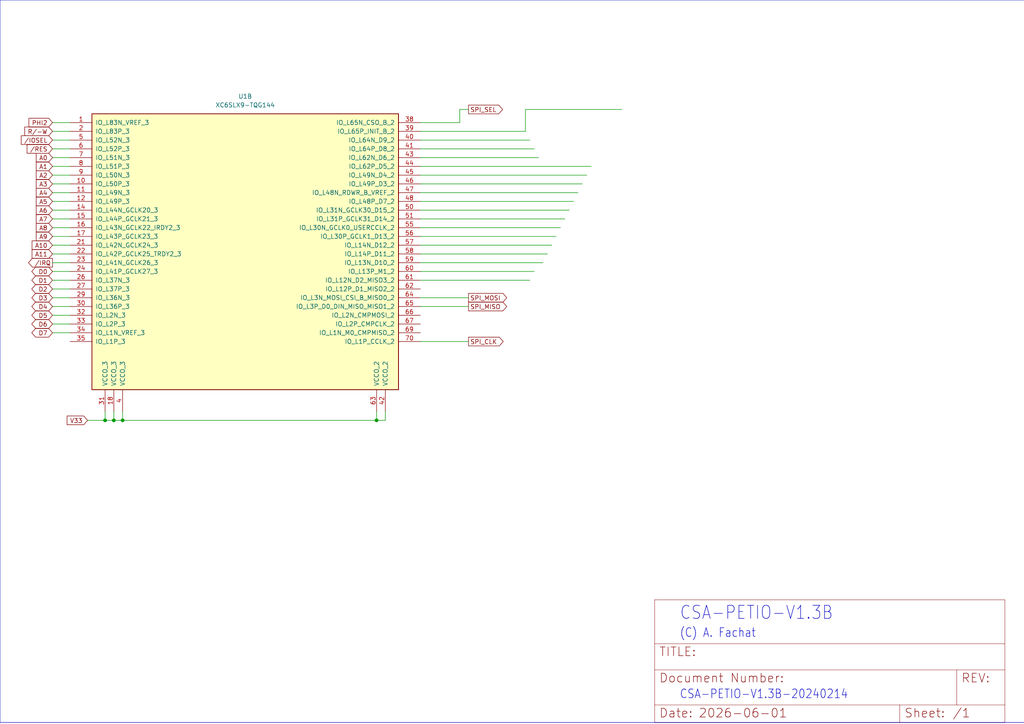
<source format=kicad_sch>
(kicad_sch (version 20250114) (generator "eeschema") (generator_version "9.0")
  (paper "A4")
  (lib_symbols
    (symbol "FPGA_Xilinx_Spartan6:XC6SLX9-TQG144" (pin_names (offset 1.016))
      (property "Reference" "U" (at 0 1.27 0))
      (property "Value" "XC6SLX9-TQG144" (at 0 -1.27 0))
      (symbol "XC6SLX9-TQG144_1_1"
        (rectangle (start -44.45 36.83) (end 44.45 -43.18) (stroke (width 0.254)) (fill (type background)))
        (pin bidirectional line (at -50.8 22.86 0) (length 6.35) (name "IO_L1P_HSWAPEN_0") (number "144"))
        (pin bidirectional line (at -50.8 20.32 0) (length 6.35) (name "IO_L1N_VREF_0") (number "143"))
        (pin bidirectional line (at -50.8 17.78 0) (length 6.35) (name "IO_L2P_0") (number "142"))
        (pin bidirectional line (at -50.8 15.24 0) (length 6.35) (name "IO_L2N_0") (number "141"))
        (pin bidirectional line (at -50.8 12.7 0) (length 6.35) (name "IO_L3P_0") (number "140"))
        (pin bidirectional line (at -50.8 10.16 0) (length 6.35) (name "IO_L3N_0") (number "139"))
        (pin bidirectional line (at -50.8 7.62 0) (length 6.35) (name "IO_L4P_0") (number "138"))
        (pin bidirectional line (at -50.8 5.08 0) (length 6.35) (name "IO_L4N_0") (number "137"))
        (pin bidirectional line (at -50.8 2.54 0) (length 6.35) (name "IO_L34P_GCLK19_0") (number "134"))
        (pin bidirectional line (at -50.8 0 0) (length 6.35) (name "IO_L34N_GCLK18_0") (number "133"))
        (pin bidirectional line (at -50.8 -2.54 0) (length 6.35) (name "IO_L35P_GCLK17_0") (number "132"))
        (pin bidirectional line (at -50.8 -5.08 0) (length 6.35) (name "IO_L35N_GCLK16_0") (number "131"))
        (pin bidirectional line (at -50.8 -7.62 0) (length 6.35) (name "IO_L36P_GCLK15_0") (number "127"))
        (pin bidirectional line (at -50.8 -10.16 0) (length 6.35) (name "IO_L36N_GCLK14_0") (number "126"))
        (pin bidirectional line (at -50.8 -12.7 0) (length 6.35) (name "IO_L37P_GCLK13_0") (number "124"))
        (pin bidirectional line (at -50.8 -15.24 0) (length 6.35) (name "IO_L37N_GCLK12_0") (number "123"))
        (pin bidirectional line (at -50.8 -17.78 0) (length 6.35) (name "IO_L62P_0") (number "121"))
        (pin bidirectional line (at -50.8 -20.32 0) (length 6.35) (name "IO_L62N_VREF_0") (number "120"))
        (pin bidirectional line (at -50.8 -22.86 0) (length 6.35) (name "IO_L63P_SCP7_0") (number "119"))
        (pin bidirectional line (at -50.8 -25.4 0) (length 6.35) (name "IO_L63N_SCP6_0") (number "118"))
        (pin bidirectional line (at -50.8 -27.94 0) (length 6.35) (name "IO_L64P_SCP5_0") (number "117"))
        (pin bidirectional line (at -50.8 -30.48 0) (length 6.35) (name "IO_L64N_SCP4_0") (number "116"))
        (pin bidirectional line (at -50.8 -33.02 0) (length 6.35) (name "IO_L65P_SCP3_0") (number "115"))
        (pin bidirectional line (at -50.8 -35.56 0) (length 6.35) (name "IO_L65N_SCP2_0") (number "114"))
        (pin bidirectional line (at -50.8 -38.1 0) (length 6.35) (name "IO_L66P_SCP1_0") (number "112"))
        (pin bidirectional line (at -50.8 -40.64 0) (length 6.35) (name "IO_L66N_SCP0_0") (number "111"))
        (pin power_in line (at -40.64 43.18 270) (length 6.35) (name "VCCO_0") (number "122"))
        (pin power_in line (at -38.1 43.18 270) (length 6.35) (name "VCCO_0") (number "125"))
        (pin power_in line (at -35.56 43.18 270) (length 6.35) (name "VCCO_0") (number "135"))
        (pin power_in line (at 35.56 43.18 270) (length 6.35) (name "VCCO_1") (number "76"))
        (pin power_in line (at 38.1 43.18 270) (length 6.35) (name "VCCO_1") (number "86"))
        (pin power_in line (at 40.64 43.18 270) (length 6.35) (name "VCCO_1") (number "103"))
        (pin bidirectional line (at 50.8 22.86 180) (length 6.35) (name "IO_L1P_1") (number "105"))
        (pin bidirectional line (at 50.8 20.32 180) (length 6.35) (name "IO_L1N_VREF_1") (number "104"))
        (pin bidirectional line (at 50.8 17.78 180) (length 6.35) (name "IO_L32P_1") (number "102"))
        (pin bidirectional line (at 50.8 15.24 180) (length 6.35) (name "IO_L32N_1") (number "101"))
        (pin bidirectional line (at 50.8 12.7 180) (length 6.35) (name "IO_L33P_1") (number "100"))
        (pin bidirectional line (at 50.8 10.16 180) (length 6.35) (name "IO_L33N_1") (number "99"))
        (pin bidirectional line (at 50.8 7.62 180) (length 6.35) (name "IO_L34P_1") (number "98"))
        (pin bidirectional line (at 50.8 5.08 180) (length 6.35) (name "IO_L34N_1") (number "97"))
        (pin bidirectional line (at 50.8 2.54 180) (length 6.35) (name "IO_L40P_GCLK11_1") (number "95"))
        (pin bidirectional line (at 50.8 0 180) (length 6.35) (name "IO_L40N_GCLK10_1") (number "94"))
        (pin bidirectional line (at 50.8 -2.54 180) (length 6.35) (name "IO_L41P_GCLK9_IRDY1_1") (number "93"))
        (pin bidirectional line (at 50.8 -5.08 180) (length 6.35) (name "IO_L41N_GCLK8_1") (number "92"))
        (pin bidirectional line (at 50.8 -7.62 180) (length 6.35) (name "IO_L42P_GCLK7_1") (number "88"))
        (pin bidirectional line (at 50.8 -10.16 180) (length 6.35) (name "IO_L42N_GCLK6_TRDY1_1") (number "87"))
        (pin bidirectional line (at 50.8 -12.7 180) (length 6.35) (name "IO_L43P_GCLK5_1") (number "85"))
        (pin bidirectional line (at 50.8 -15.24 180) (length 6.35) (name "IO_L43N_GCLK4_1") (number "84"))
        (pin bidirectional line (at 50.8 -17.78 180) (length 6.35) (name "IO_L45P_1") (number "83"))
        (pin bidirectional line (at 50.8 -20.32 180) (length 6.35) (name "IO_L45N_1") (number "82"))
        (pin bidirectional line (at 50.8 -22.86 180) (length 6.35) (name "IO_L46P_1") (number "81"))
        (pin bidirectional line (at 50.8 -25.4 180) (length 6.35) (name "IO_L46N_1") (number "80"))
        (pin bidirectional line (at 50.8 -27.94 180) (length 6.35) (name "IO_L47P_1") (number "79"))
        (pin bidirectional line (at 50.8 -30.48 180) (length 6.35) (name "IO_L47N_1") (number "78"))
        (pin bidirectional line (at 50.8 -33.02 180) (length 6.35) (name "IO_L74P_AWAKE_1") (number "75"))
        (pin bidirectional line (at 50.8 -35.56 180) (length 6.35) (name "IO_L74N_DOUT_BUSY_1") (number "74"))
      )
      (symbol "XC6SLX9-TQG144_2_1"
        (rectangle (start -44.45 36.83) (end 44.45 -43.18) (stroke (width 0.254)) (fill (type background)))
        (pin bidirectional line (at -50.8 22.86 0) (length 6.35) (name "IO_L1P_CCLK_2") (number "70"))
        (pin bidirectional line (at -50.8 20.32 0) (length 6.35) (name "IO_L1N_M0_CMPMISO_2") (number "69"))
        (pin bidirectional line (at -50.8 17.78 0) (length 6.35) (name "IO_L2P_CMPCLK_2") (number "67"))
        (pin bidirectional line (at -50.8 15.24 0) (length 6.35) (name "IO_L2N_CMPMOSI_2") (number "66"))
        (pin bidirectional line (at -50.8 12.7 0) (length 6.35) (name "IO_L3P_D0_DIN_MISO_MISO1_2") (number "65"))
        (pin bidirectional line (at -50.8 10.16 0) (length 6.35) (name "IO_L3N_MOSI_CSI_B_MISO0_2") (number "64"))
        (pin bidirectional line (at -50.8 7.62 0) (length 6.35) (name "IO_L12P_D1_MISO2_2") (number "62"))
        (pin bidirectional line (at -50.8 5.08 0) (length 6.35) (name "IO_L12N_D2_MISO3_2") (number "61"))
        (pin bidirectional line (at -50.8 2.54 0) (length 6.35) (name "IO_L13P_M1_2") (number "60"))
        (pin bidirectional line (at -50.8 0 0) (length 6.35) (name "IO_L13N_D10_2") (number "59"))
        (pin bidirectional line (at -50.8 -2.54 0) (length 6.35) (name "IO_L14P_D11_2") (number "58"))
        (pin bidirectional line (at -50.8 -5.08 0) (length 6.35) (name "IO_L14N_D12_2") (number "57"))
        (pin bidirectional line (at -50.8 -7.62 0) (length 6.35) (name "IO_L30P_GCLK1_D13_2") (number "56"))
        (pin bidirectional line (at -50.8 -10.16 0) (length 6.35) (name "IO_L30N_GCLK0_USERCCLK_2") (number "55"))
        (pin bidirectional line (at -50.8 -12.7 0) (length 6.35) (name "IO_L31P_GCLK31_D14_2") (number "51"))
        (pin bidirectional line (at -50.8 -15.24 0) (length 6.35) (name "IO_L31N_GCLK30_D15_2") (number "50"))
        (pin bidirectional line (at -50.8 -17.78 0) (length 6.35) (name "IO_L48P_D7_2") (number "48"))
        (pin bidirectional line (at -50.8 -20.32 0) (length 6.35) (name "IO_L48N_RDWR_B_VREF_2") (number "47"))
        (pin bidirectional line (at -50.8 -22.86 0) (length 6.35) (name "IO_L49P_D3_2") (number "46"))
        (pin bidirectional line (at -50.8 -25.4 0) (length 6.35) (name "IO_L49N_D4_2") (number "45"))
        (pin bidirectional line (at -50.8 -27.94 0) (length 6.35) (name "IO_L62P_D5_2") (number "44"))
        (pin bidirectional line (at -50.8 -30.48 0) (length 6.35) (name "IO_L62N_D6_2") (number "43"))
        (pin bidirectional line (at -50.8 -33.02 0) (length 6.35) (name "IO_L64P_D8_2") (number "41"))
        (pin bidirectional line (at -50.8 -35.56 0) (length 6.35) (name "IO_L64N_D9_2") (number "40"))
        (pin bidirectional line (at -50.8 -38.1 0) (length 6.35) (name "IO_L65P_INIT_B_2") (number "39"))
        (pin bidirectional line (at -50.8 -40.64 0) (length 6.35) (name "IO_L65N_CSO_B_2") (number "38"))
        (pin power_in line (at -40.64 43.18 270) (length 6.35) (name "VCCO_2") (number "42"))
        (pin power_in line (at -38.1 43.18 270) (length 6.35) (name "VCCO_2") (number "63"))
        (pin power_in line (at 35.56 43.18 270) (length 6.35) (name "VCCO_3") (number "4"))
        (pin power_in line (at 38.1 43.18 270) (length 6.35) (name "VCCO_3") (number "18"))
        (pin power_in line (at 40.64 43.18 270) (length 6.35) (name "VCCO_3") (number "31"))
        (pin bidirectional line (at 50.8 22.86 180) (length 6.35) (name "IO_L1P_3") (number "35"))
        (pin bidirectional line (at 50.8 20.32 180) (length 6.35) (name "IO_L1N_VREF_3") (number "34"))
        (pin bidirectional line (at 50.8 17.78 180) (length 6.35) (name "IO_L2P_3") (number "33"))
        (pin bidirectional line (at 50.8 15.24 180) (length 6.35) (name "IO_L2N_3") (number "32"))
        (pin bidirectional line (at 50.8 12.7 180) (length 6.35) (name "IO_L36P_3") (number "30"))
        (pin bidirectional line (at 50.8 10.16 180) (length 6.35) (name "IO_L36N_3") (number "29"))
        (pin bidirectional line (at 50.8 7.62 180) (length 6.35) (name "IO_L37P_3") (number "27"))
        (pin bidirectional line (at 50.8 5.08 180) (length 6.35) (name "IO_L37N_3") (number "26"))
        (pin bidirectional line (at 50.8 2.54 180) (length 6.35) (name "IO_L41P_GCLK27_3") (number "24"))
        (pin bidirectional line (at 50.8 0 180) (length 6.35) (name "IO_L41N_GCLK26_3") (number "23"))
        (pin bidirectional line (at 50.8 -2.54 180) (length 6.35) (name "IO_L42P_GCLK25_TRDY2_3") (number "22"))
        (pin bidirectional line (at 50.8 -5.08 180) (length 6.35) (name "IO_L42N_GCLK24_3") (number "21"))
        (pin bidirectional line (at 50.8 -7.62 180) (length 6.35) (name "IO_L43P_GCLK23_3") (number "17"))
        (pin bidirectional line (at 50.8 -10.16 180) (length 6.35) (name "IO_L43N_GCLK22_IRDY2_3") (number "16"))
        (pin bidirectional line (at 50.8 -12.7 180) (length 6.35) (name "IO_L44P_GCLK21_3") (number "15"))
        (pin bidirectional line (at 50.8 -15.24 180) (length 6.35) (name "IO_L44N_GCLK20_3") (number "14"))
        (pin bidirectional line (at 50.8 -17.78 180) (length 6.35) (name "IO_L49P_3") (number "12"))
        (pin bidirectional line (at 50.8 -20.32 180) (length 6.35) (name "IO_L49N_3") (number "11"))
        (pin bidirectional line (at 50.8 -22.86 180) (length 6.35) (name "IO_L50P_3") (number "10"))
        (pin bidirectional line (at 50.8 -25.4 180) (length 6.35) (name "IO_L50N_3") (number "9"))
        (pin bidirectional line (at 50.8 -27.94 180) (length 6.35) (name "IO_L51P_3") (number "8"))
        (pin bidirectional line (at 50.8 -30.48 180) (length 6.35) (name "IO_L51N_3") (number "7"))
        (pin bidirectional line (at 50.8 -33.02 180) (length 6.35) (name "IO_L52P_3") (number "6"))
        (pin bidirectional line (at 50.8 -35.56 180) (length 6.35) (name "IO_L52N_3") (number "5"))
        (pin bidirectional line (at 50.8 -38.1 180) (length 6.35) (name "IO_L83P_3") (number "2"))
        (pin bidirectional line (at 50.8 -40.64 180) (length 6.35) (name "IO_L83N_VREF_3") (number "1"))
      )
      (symbol "XC6SLX9-TQG144_3_1"
        (rectangle (start -31.75 15.24) (end 31.75 -15.24) (stroke (width 0.254)) (fill (type background)))
        (pin bidirectional line (at 38.1 12.7 180) (length 6.35) (name "TDI") (number "110"))
        (pin bidirectional line (at 38.1 10.16 180) (length 6.35) (name "TDO") (number "106"))
        (pin bidirectional line (at 38.1 7.62 180) (length 6.35) (name "TMS") (number "107"))
        (pin bidirectional line (at 38.1 5.08 180) (length 6.35) (name "TCK") (number "109"))
        (pin bidirectional line (at 38.1 0 180) (length 6.35) (name "DONE_2") (number "71"))
        (pin bidirectional line (at 38.1 -2.54 180) (length 6.35) (name "PROGRAM_B_2") (number "37"))
        (pin bidirectional line (at 38.1 -7.62 180) (length 6.35) (name "SUSPEND") (number "73"))
        (pin bidirectional line (at 38.1 -12.7 180) (length 6.35) (name "CMPCS_B_2") (number "72"))
      )
      (symbol "XC6SLX9-TQG144_4_1"
        (rectangle (start -19.05 17.78) (end 19.05 -17.78) (stroke (width 0.254)) (fill (type background)))
        (pin power_in line (at -25.4 15.24 0) (length 6.35) (name "VCCAUX") (number "20"))
        (pin power_in line (at -25.4 12.7 0) (length 6.35) (name "VCCAUX") (number "36"))
        (pin power_in line (at -25.4 10.16 0) (length 6.35) (name "VCCAUX") (number "53"))
        (pin power_in line (at -25.4 7.62 0) (length 6.35) (name "VCCAUX") (number "90"))
        (pin power_in line (at -25.4 5.08 0) (length 6.35) (name "VCCAUX") (number "129"))
        (pin power_in line (at -25.4 0 0) (length 6.35) (name "GND") (number "3"))
        (pin power_in line (at -25.4 -2.54 0) (length 6.35) (name "GND") (number "13"))
        (pin power_in line (at -25.4 -5.08 0) (length 6.35) (name "GND") (number "25"))
        (pin power_in line (at -25.4 -7.62 0) (length 6.35) (name "GND") (number "49"))
        (pin power_in line (at -25.4 -10.16 0) (length 6.35) (name "GND") (number "54"))
        (pin power_in line (at -25.4 -12.7 0) (length 6.35) (name "GND") (number "68"))
        (pin power_in line (at -25.4 -15.24 0) (length 6.35) (name "GND") (number "77"))
        (pin power_in line (at 25.4 15.24 180) (length 6.35) (name "VCCINT") (number "19"))
        (pin power_in line (at 25.4 12.7 180) (length 6.35) (name "VCCINT") (number "28"))
        (pin power_in line (at 25.4 10.16 180) (length 6.35) (name "VCCINT") (number "52"))
        (pin power_in line (at 25.4 7.62 180) (length 6.35) (name "VCCINT") (number "89"))
        (pin power_in line (at 25.4 5.08 180) (length 6.35) (name "VCCINT") (number "128"))
        (pin power_in line (at 25.4 -2.54 180) (length 6.35) (name "GND") (number "91"))
        (pin power_in line (at 25.4 -5.08 180) (length 6.35) (name "GND") (number "96"))
        (pin power_in line (at 25.4 -7.62 180) (length 6.35) (name "GND") (number "108"))
        (pin power_in line (at 25.4 -10.16 180) (length 6.35) (name "GND") (number "113"))
        (pin power_in line (at 25.4 -12.7 180) (length 6.35) (name "GND") (number "130"))
        (pin power_in line (at 25.4 -15.24 180) (length 6.35) (name "GND") (number "136"))
      )
    )
    (symbol "csa_petio_v1-eagle-import:DOCFIELD"
      (symbol "DOCFIELD_1_0"
        (polyline (pts (xy 0 22.86) (xy 0 35.56)) (stroke (width 0.1016)))
        (polyline (pts (xy 0 22.86) (xy 101.6 22.86)) (stroke (width 0.1016)))
        (polyline (pts (xy 0 15.24) (xy 0 22.86)) (stroke (width 0.1016)))
        (polyline (pts (xy 0 5.08) (xy 0 15.24)) (stroke (width 0.1016)))
        (polyline (pts (xy 0 5.08) (xy 71.12 5.08)) (stroke (width 0.1016)))
        (polyline (pts (xy 0 0) (xy 0 5.08)) (stroke (width 0.1016)))
        (polyline (pts (xy 0 0) (xy 71.12 0)) (stroke (width 0.1016)))
        (polyline (pts (xy 71.12 5.08) (xy 71.12 0)) (stroke (width 0.1016)))
        (polyline (pts (xy 71.12 5.08) (xy 87.63 5.08)) (stroke (width 0.1016)))
        (polyline (pts (xy 71.12 0) (xy 101.6 0)) (stroke (width 0.1016)))
        (polyline (pts (xy 87.63 15.24) (xy 0 15.24)) (stroke (width 0.1016)))
        (polyline (pts (xy 87.63 15.24) (xy 87.63 5.08)) (stroke (width 0.1016)))
        (polyline (pts (xy 87.63 5.08) (xy 101.6 5.08)) (stroke (width 0.1016)))
        (polyline (pts (xy 101.6 35.56) (xy 0 35.56)) (stroke (width 0.1016)))
        (polyline (pts (xy 101.6 35.56) (xy 101.6 22.86)) (stroke (width 0.1016)))
        (polyline (pts (xy 101.6 22.86) (xy 101.6 15.24)) (stroke (width 0.1016)))
        (polyline (pts (xy 101.6 15.24) (xy 87.63 15.24)) (stroke (width 0.1016)))
        (polyline (pts (xy 101.6 15.24) (xy 101.6 5.08)) (stroke (width 0.1016)))
        (polyline (pts (xy 101.6 5.08) (xy 101.6 0)) (stroke (width 0.1016)))
        (text "TITLE:" (at 1.27 19.05 0) (effects (font (size 2.54 2.54)) (justify left bottom)))
        (text "Document Number:" (at 1.27 11.43 0) (effects (font (size 2.54 2.54)) (justify left bottom)))
        (text "Date:" (at 1.27 1.27 0) (effects (font (size 2.54 2.54)) (justify left bottom)))
        (text "${CURRENT_DATE}" (at 12.7 1.27 0) (effects (font (size 2.54 2.54)) (justify left bottom)))
        (text "${PROJECTNAME}" (at 17.78 19.05 0) (effects (font (size 2.54 2.54)) (justify left bottom)))
        (text "Sheet:" (at 72.39 1.27 0) (effects (font (size 2.54 2.54)) (justify left bottom)))
        (text "${#}/${##}" (at 86.36 1.27 0) (effects (font (size 2.54 2.54)) (justify left bottom)))
        (text "REV:" (at 88.9 11.43 0) (effects (font (size 2.54 2.54)) (justify left bottom)))
      )
    )
  )
  (text "CSA-PETIO-V1.3B-20240214" (at 197.104 202.946 0) (effects (font (size 2.54 2.159)) (justify left bottom)))
  (text "(C) A. Fachat" (at 197.104 185.166 0) (effects (font (size 2.54 2.159)) (justify left bottom)))
  (text "CSA-PETIO-V1.3B" (at 197.104 180.086 0) (effects (font (size 3.81 3.2385)) (justify left bottom)))
  (junction (at 35.56 121.92))
  (junction (at 33.02 121.92))
  (junction (at 30.48 121.92))
  (junction (at 109.22 121.92))
  (wire (pts (xy 121.92 73.66) (xy 158.75 73.66)))
  (wire (pts (xy 15.24 93.98) (xy 20.32 93.98)))
  (wire (pts (xy 121.92 99.06) (xy 135.89 99.06)))
  (wire (pts (xy 30.48 121.92) (xy 33.02 121.92)))
  (wire (pts (xy 152.4 31.75) (xy 180.34 31.75)))
  (wire (pts (xy 15.24 71.12) (xy 20.32 71.12)))
  (wire (pts (xy 121.92 43.18) (xy 154.94 43.18)))
  (polyline (pts (xy 0 209.55) (xy 0 0)) (stroke (width 0.1524) (type solid)))
  (polyline (pts (xy 326.39 0) (xy 0 0)) (stroke (width 0.1524) (type solid)))
  (wire (pts (xy 121.92 55.88) (xy 167.64 55.88)))
  (wire (pts (xy 109.22 119.38) (xy 109.22 121.92)))
  (wire (pts (xy 15.24 43.18) (xy 20.32 43.18)))
  (wire (pts (xy 15.24 86.36) (xy 20.32 86.36)))
  (polyline (pts (xy 326.39 209.55) (xy 326.39 0)) (stroke (width 0.1524) (type solid)))
  (wire (pts (xy 121.92 38.1) (xy 152.4 38.1)))
  (wire (pts (xy 15.24 66.04) (xy 20.32 66.04)))
  (wire (pts (xy 15.24 60.96) (xy 20.32 60.96)))
  (wire (pts (xy 121.92 53.34) (xy 168.91 53.34)))
  (wire (pts (xy 121.92 78.74) (xy 154.94 78.74)))
  (wire (pts (xy 33.02 119.38) (xy 33.02 121.92)))
  (wire (pts (xy 15.24 96.52) (xy 20.32 96.52)))
  (wire (pts (xy 15.24 68.58) (xy 20.32 68.58)))
  (wire (pts (xy 135.89 31.75) (xy 133.35 31.75)))
  (wire (pts (xy 15.24 55.88) (xy 20.32 55.88)))
  (polyline (pts (xy 326.39 209.55) (xy 0 209.55)) (stroke (width 0.1524) (type solid)))
  (wire (pts (xy 121.92 40.64) (xy 153.67 40.64)))
  (wire (pts (xy 111.76 121.92) (xy 111.76 119.38)))
  (wire (pts (xy 15.24 76.2) (xy 20.32 76.2)))
  (wire (pts (xy 121.92 86.36) (xy 135.89 86.36)))
  (wire (pts (xy 121.92 71.12) (xy 160.02 71.12)))
  (wire (pts (xy 30.48 119.38) (xy 30.48 121.92)))
  (wire (pts (xy 133.35 31.75) (xy 133.35 35.56)))
  (wire (pts (xy 15.24 53.34) (xy 20.32 53.34)))
  (wire (pts (xy 15.24 88.9) (xy 20.32 88.9)))
  (wire (pts (xy 15.24 50.8) (xy 20.32 50.8)))
  (wire (pts (xy 121.92 88.9) (xy 135.89 88.9)))
  (wire (pts (xy 15.24 38.1) (xy 20.32 38.1)))
  (wire (pts (xy 109.22 121.92) (xy 111.76 121.92)))
  (wire (pts (xy 15.24 58.42) (xy 20.32 58.42)))
  (wire (pts (xy 121.92 66.04) (xy 162.56 66.04)))
  (wire (pts (xy 15.24 63.5) (xy 20.32 63.5)))
  (wire (pts (xy 121.92 60.96) (xy 165.1 60.96)))
  (wire (pts (xy 15.24 91.44) (xy 20.32 91.44)))
  (wire (pts (xy 15.24 78.74) (xy 20.32 78.74)))
  (wire (pts (xy 15.24 45.72) (xy 20.32 45.72)))
  (wire (pts (xy 121.92 58.42) (xy 166.37 58.42)))
  (wire (pts (xy 35.56 119.38) (xy 35.56 121.92)))
  (wire (pts (xy 121.92 35.56) (xy 133.35 35.56)))
  (wire (pts (xy 15.24 81.28) (xy 20.32 81.28)))
  (wire (pts (xy 15.24 83.82) (xy 20.32 83.82)))
  (wire (pts (xy 121.92 68.58) (xy 161.29 68.58)))
  (wire (pts (xy 35.56 121.92) (xy 109.22 121.92)))
  (wire (pts (xy 121.92 76.2) (xy 157.48 76.2)))
  (wire (pts (xy 15.24 48.26) (xy 20.32 48.26)))
  (wire (pts (xy 15.24 73.66) (xy 20.32 73.66)))
  (wire (pts (xy 15.24 40.64) (xy 20.32 40.64)))
  (wire (pts (xy 121.92 81.28) (xy 153.67 81.28)))
  (wire (pts (xy 121.92 50.8) (xy 170.18 50.8)))
  (wire (pts (xy 152.4 31.75) (xy 152.4 38.1)))
  (wire (pts (xy 33.02 121.92) (xy 35.56 121.92)))
  (wire (pts (xy 121.92 63.5) (xy 163.83 63.5)))
  (wire (pts (xy 121.92 45.72) (xy 156.21 45.72)))
  (wire (pts (xy 15.24 35.56) (xy 20.32 35.56)))
  (wire (pts (xy 121.92 48.26) (xy 171.45 48.26)))
  (wire (pts (xy 25.4 121.92) (xy 30.48 121.92)))
  (global_label "D4" (shape bidirectional) (at 15.24 88.9 180) (property "Intersheetrefs" "${INTERSHEET_REFS}" (effects (hide yes))))
  (global_label "SPI_MISO" (shape output) (at 135.89 88.9 0) (property "Intersheetrefs" "${INTERSHEET_REFS}" (effects (hide yes))))
  (global_label "A1" (shape input) (at 15.24 48.26 180) (property "Intersheetrefs" "${INTERSHEET_REFS}" (effects (hide yes))))
  (global_label "{slash}RES" (shape input) (at 15.24 43.18 180) (property "Intersheetrefs" "${INTERSHEET_REFS}" (effects (hide yes))))
  (global_label "A7" (shape input) (at 15.24 63.5 180) (property "Intersheetrefs" "${INTERSHEET_REFS}" (effects (hide yes))))
  (global_label "A8" (shape input) (at 15.24 66.04 180) (property "Intersheetrefs" "${INTERSHEET_REFS}" (effects (hide yes))))
  (global_label "V33" (shape input) (at 25.4 121.92 180) (property "Intersheetrefs" "${INTERSHEET_REFS}" (effects (hide yes))))
  (global_label "A9" (shape input) (at 15.24 68.58 180) (property "Intersheetrefs" "${INTERSHEET_REFS}" (effects (hide yes))))
  (global_label "SPI_MOSI" (shape output) (at 135.89 86.36 0) (property "Intersheetrefs" "${INTERSHEET_REFS}" (effects (hide yes))))
  (global_label "A5" (shape input) (at 15.24 58.42 180) (property "Intersheetrefs" "${INTERSHEET_REFS}" (effects (hide yes))))
  (global_label "D2" (shape bidirectional) (at 15.24 83.82 180) (property "Intersheetrefs" "${INTERSHEET_REFS}" (effects (hide yes))))
  (global_label "SPI_CLK" (shape output) (at 135.89 99.06 0) (property "Intersheetrefs" "${INTERSHEET_REFS}" (effects (hide yes))))
  (global_label "R{slash}-W" (shape input) (at 15.24 38.1 180) (property "Intersheetrefs" "${INTERSHEET_REFS}" (effects (hide yes))))
  (global_label "D1" (shape bidirectional) (at 15.24 81.28 180) (property "Intersheetrefs" "${INTERSHEET_REFS}" (effects (hide yes))))
  (global_label "A10" (shape input) (at 15.24 71.12 180) (property "Intersheetrefs" "${INTERSHEET_REFS}" (effects (hide yes))))
  (global_label "D0" (shape bidirectional) (at 15.24 78.74 180) (property "Intersheetrefs" "${INTERSHEET_REFS}" (effects (hide yes))))
  (global_label "A4" (shape input) (at 15.24 55.88 180) (property "Intersheetrefs" "${INTERSHEET_REFS}" (effects (hide yes))))
  (global_label "{slash}IRQ" (shape output) (at 15.24 76.2 180) (property "Intersheetrefs" "${INTERSHEET_REFS}" (effects (hide yes))))
  (global_label "A6" (shape input) (at 15.24 60.96 180) (property "Intersheetrefs" "${INTERSHEET_REFS}" (effects (hide yes))))
  (global_label "PHI2" (shape input) (at 15.24 35.56 180) (property "Intersheetrefs" "${INTERSHEET_REFS}" (effects (hide yes))))
  (global_label "D6" (shape bidirectional) (at 15.24 93.98 180) (property "Intersheetrefs" "${INTERSHEET_REFS}" (effects (hide yes))))
  (global_label "{slash}IOSEL" (shape input) (at 15.24 40.64 180) (property "Intersheetrefs" "${INTERSHEET_REFS}" (effects (hide yes))))
  (global_label "D5" (shape bidirectional) (at 15.24 91.44 180) (property "Intersheetrefs" "${INTERSHEET_REFS}" (effects (hide yes))))
  (global_label "SPI_SEL" (shape output) (at 135.89 31.75 0) (property "Intersheetrefs" "${INTERSHEET_REFS}" (effects (hide yes))))
  (global_label "A3" (shape input) (at 15.24 53.34 180) (property "Intersheetrefs" "${INTERSHEET_REFS}" (effects (hide yes))))
  (global_label "A11" (shape input) (at 15.24 73.66 180) (property "Intersheetrefs" "${INTERSHEET_REFS}" (effects (hide yes))))
  (global_label "D3" (shape bidirectional) (at 15.24 86.36 180) (property "Intersheetrefs" "${INTERSHEET_REFS}" (effects (hide yes))))
  (global_label "A0" (shape input) (at 15.24 45.72 180) (property "Intersheetrefs" "${INTERSHEET_REFS}" (effects (hide yes))))
  (global_label "D7" (shape bidirectional) (at 15.24 96.52 180) (property "Intersheetrefs" "${INTERSHEET_REFS}" (effects (hide yes))))
  (global_label "A2" (shape input) (at 15.24 50.8 180) (property "Intersheetrefs" "${INTERSHEET_REFS}" (effects (hide yes))))
  (symbol (lib_id "csa_petio_v1-eagle-import:DOCFIELD") (at 189.865 209.55 0) (unit 1)
    (property "Reference" "#FRAME4" (effects (hide yes)))
    (property "Value" "DOCFIELD" (effects (hide yes)))
  )
  (symbol (lib_id "FPGA_Xilinx_Spartan6:XC6SLX9-TQG144") (at 71.12 76.2 180) (unit 2)
    (property "Reference" "U1" (at 71.12 27.94 0))
    (property "Value" "XC6SLX9-TQG144" (at 71.12 30.48 0))
    (property "Footprint" "Package_QFP:TQFP-144_20x20mm_P0.5mm" (effects (hide yes)))
    (property "Description" "Spartan 6 LX 9 XC6SLX9-TQG144" (effects (hide yes)))
  )
)
</source>
